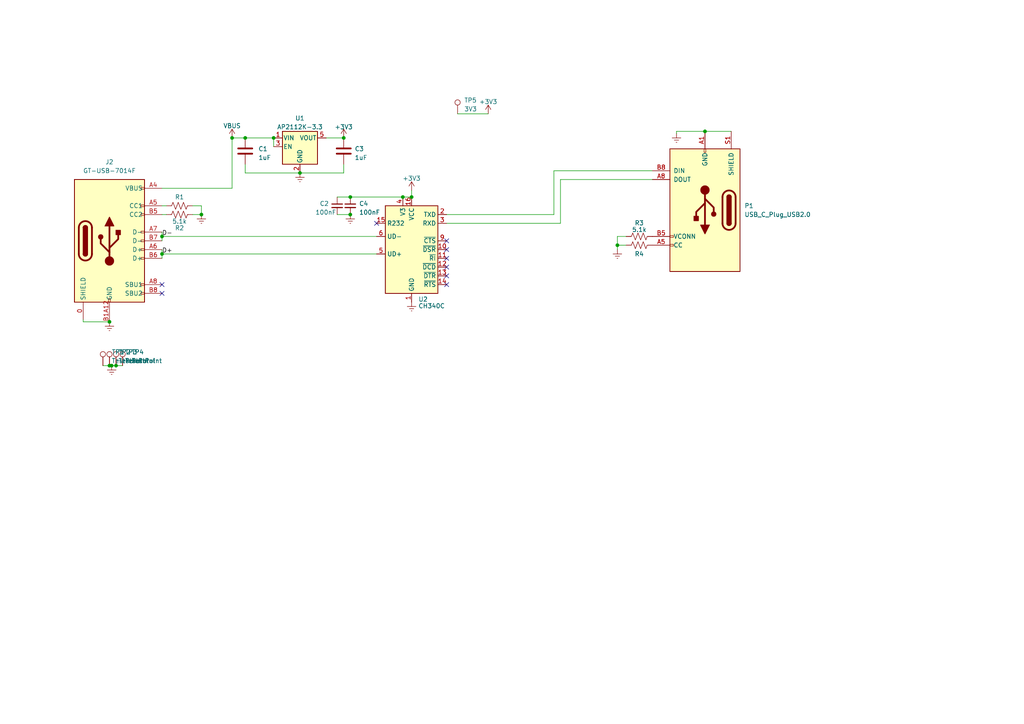
<source format=kicad_sch>
(kicad_sch (version 20231120) (generator "eeschema") (generator_version "8.0")
  (paper "A4")
  (lib_symbols
    (symbol "Connector:TestPoint" (pin_numbers hide) (pin_names (offset 0.762) hide)
      (property "Reference" "TP" (at 0 6.858 0))
      (property "Value" "TestPoint" (at 0 5.08 0))
      (symbol "TestPoint_0_1"
        (circle (center 0 3.302) (radius 0.762))
      )
      (symbol "TestPoint_1_1"
        (pin passive line (at 0 0 90) (length 2.54) (name "1") (number "1"))
      )
    )
    (symbol "Device:C" (pin_numbers hide) (pin_names (offset 0.254))
      (property "Reference" "C" (at 0.635 2.54 0))
      (property "Value" "C" (at 0.635 -2.54 0))
      (symbol "C_0_1"
        (polyline (pts (xy -2.032 -0.762) (xy 2.032 -0.762)) (stroke (width 0.508)))
        (polyline (pts (xy -2.032 0.762) (xy 2.032 0.762)) (stroke (width 0.508)))
      )
      (symbol "C_1_1"
        (pin passive line (at 0 3.81 270) (length 2.794) (name "~") (number "1"))
        (pin passive line (at 0 -3.81 90) (length 2.794) (name "~") (number "2"))
      )
    )
    (symbol "Device:C_Small" (pin_numbers hide) (pin_names (offset 0.254) hide)
      (property "Reference" "C" (at 0.254 1.778 0))
      (property "Value" "C_Small" (at 0.254 -2.032 0))
      (symbol "C_Small_0_1"
        (polyline (pts (xy -1.524 -0.508) (xy 1.524 -0.508)) (stroke (width 0.3302)))
        (polyline (pts (xy -1.524 0.508) (xy 1.524 0.508)) (stroke (width 0.3048)))
      )
      (symbol "C_Small_1_1"
        (pin passive line (at 0 2.54 270) (length 2.032) (name "~") (number "1"))
        (pin passive line (at 0 -2.54 90) (length 2.032) (name "~") (number "2"))
      )
    )
    (symbol "Device:R_US" (pin_numbers hide) (pin_names (offset 0))
      (property "Reference" "R" (at 2.54 0 90))
      (property "Value" "R_US" (at -2.54 0 90))
      (symbol "R_US_0_1"
        (polyline (pts (xy 0 -2.286) (xy 0 -2.54)))
        (polyline (pts (xy 0 2.286) (xy 0 2.54)))
        (polyline (pts (xy 0 -0.762) (xy 1.016 -1.143) (xy 0 -1.524) (xy -1.016 -1.905) (xy 0 -2.286)))
        (polyline (pts (xy 0 0.762) (xy 1.016 0.381) (xy 0 0) (xy -1.016 -0.381) (xy 0 -0.762)))
        (polyline (pts (xy 0 2.286) (xy 1.016 1.905) (xy 0 1.524) (xy -1.016 1.143) (xy 0 0.762)))
      )
      (symbol "R_US_1_1"
        (pin passive line (at 0 3.81 270) (length 1.27) (name "~") (number "1"))
        (pin passive line (at 0 -3.81 90) (length 1.27) (name "~") (number "2"))
      )
    )
    (symbol "EC Debug:105444" (pin_names (offset 1.016))
      (property "Reference" "P1" (at -10.922 -0.6437 0))
      (property "Value" "105444" (at -10.922 1.2773 0))
      (symbol "105444_0_0"
        (rectangle (start 1.016 -39.37) (end 1.524 -38.354))
        (rectangle (start 11.43 -13.716) (end 10.414 -14.224))
        (rectangle (start 11.43 -11.176) (end 10.414 -11.684))
      )
      (symbol "105444_0_1"
        (rectangle (start -8.89 -3.81) (end 11.43 -39.37) (stroke (width 0.254)) (fill (type background)))
        (arc (start -7.62 -25.4) (mid -5.715 -27.2967) (end -3.81 -25.4) (stroke (width 0.508)))
        (arc (start -6.35 -25.4) (mid -5.715 -26.0323) (end -5.08 -25.4) (stroke (width 0.254)))
        (arc (start -6.35 -25.4) (mid -5.715 -26.0323) (end -5.08 -25.4) (stroke (width 0.254)) (fill (type outline)))
        (rectangle (start -6.35 -25.4) (end -5.08 -17.78) (stroke (width 0.254)) (fill (type outline)))
        (arc (start -5.08 -17.78) (mid -5.715 -17.1477) (end -6.35 -17.78) (stroke (width 0.254)))
        (arc (start -5.08 -17.78) (mid -5.715 -17.1477) (end -6.35 -17.78) (stroke (width 0.254)) (fill (type outline)))
        (arc (start -3.81 -17.78) (mid -5.715 -15.8833) (end -7.62 -17.78) (stroke (width 0.508)))
        (circle (center -1.27 -20.447) (radius 0.635) (stroke (width 0.254)) (fill (type outline)))
        (polyline (pts (xy -7.62 -25.4) (xy -7.62 -17.78)) (stroke (width 0.508)))
        (polyline (pts (xy -3.81 -17.78) (xy -3.81 -25.4)) (stroke (width 0.508)))
        (polyline (pts (xy 1.27 -27.432) (xy 1.27 -17.272)) (stroke (width 0.508)))
        (polyline (pts (xy 1.27 -24.892) (xy -1.27 -22.352) (xy -1.27 -21.082)) (stroke (width 0.508)))
        (polyline (pts (xy 1.27 -23.622) (xy 3.81 -21.082) (xy 3.81 -19.812)) (stroke (width 0.508)))
        (polyline (pts (xy 0 -17.272) (xy 1.27 -14.732) (xy 2.54 -17.272) (xy 0 -17.272)) (stroke (width 0.254)) (fill (type outline)))
        (circle (center 1.27 -27.432) (radius 1.27) (fill (type outline)))
        (rectangle (start 3.175 -19.812) (end 4.445 -18.542) (stroke (width 0.254)) (fill (type outline)))
      )
      (symbol "105444_1_1"
        (pin passive line (at 1.27 -44.45 90) (length 5.08) (name "GND") (number "A1"))
        (pin passive line (at 1.27 -44.45 90) (length 5.08) hide (name "GND") (number "A12"))
        (pin bidirectional line (at 16.51 -11.43 180) (length 5.08) (name "CC") (number "A5"))
        (pin bidirectional line (at 16.51 -30.48 180) (length 5.08) (name "DOUT") (number "A8"))
        (pin passive line (at 1.27 -44.45 90) (length 5.08) hide (name "GND") (number "B1"))
        (pin passive line (at 1.27 -44.45 90) (length 5.08) hide (name "GND") (number "B12"))
        (pin bidirectional line (at 16.51 -13.97 180) (length 5.08) (name "VCONN") (number "B5"))
        (pin bidirectional line (at 16.51 -33.02 180) (length 5.08) (name "DIN") (number "B8"))
        (pin passive line (at -6.35 -44.45 90) (length 5.08) (name "SHIELD") (number "S1"))
      )
    )
    (symbol "EC Debug:GT-USB-7014F"
      (property "Reference" "J" (at -1.016 21.59 0))
      (property "Value" "GT-USB-7014F" (at 1.778 -30.226 0))
      (symbol "GT-USB-7014F_0_0"
        (rectangle (start -0.254 -16.51) (end 0.254 -15.494))
        (rectangle (start 10.16 -13.716) (end 9.144 -14.224))
        (rectangle (start 10.16 -11.176) (end 9.144 -11.684))
        (rectangle (start 10.16 -3.556) (end 9.144 -4.064))
        (rectangle (start 10.16 -1.016) (end 9.144 -1.524))
        (rectangle (start 10.16 1.524) (end 9.144 1.016))
        (rectangle (start 10.16 4.064) (end 9.144 3.556))
        (rectangle (start 10.16 9.144) (end 9.144 8.636))
        (rectangle (start 10.16 11.684) (end 9.144 11.176))
        (rectangle (start 10.16 16.764) (end 9.144 16.256))
      )
      (symbol "GT-USB-7014F_0_1"
        (rectangle (start -10.16 19.05) (end 10.16 -16.51) (stroke (width 0.254)) (fill (type background)))
        (arc (start -8.89 -2.54) (mid -6.985 -4.4367) (end -5.08 -2.54) (stroke (width 0.508)))
        (arc (start -7.62 -2.54) (mid -6.985 -3.1723) (end -6.35 -2.54) (stroke (width 0.254)))
        (arc (start -7.62 -2.54) (mid -6.985 -3.1723) (end -6.35 -2.54) (stroke (width 0.254)) (fill (type outline)))
        (rectangle (start -7.62 -2.54) (end -6.35 5.08) (stroke (width 0.254)) (fill (type outline)))
        (arc (start -6.35 5.08) (mid -6.985 5.7123) (end -7.62 5.08) (stroke (width 0.254)))
        (arc (start -6.35 5.08) (mid -6.985 5.7123) (end -7.62 5.08) (stroke (width 0.254)) (fill (type outline)))
        (arc (start -5.08 5.08) (mid -6.985 6.9767) (end -8.89 5.08) (stroke (width 0.508)))
        (circle (center -2.54 2.413) (radius 0.635) (stroke (width 0.254)) (fill (type outline)))
        (circle (center 0 -4.572) (radius 1.27) (fill (type outline)))
        (polyline (pts (xy -8.89 -2.54) (xy -8.89 5.08)) (stroke (width 0.508)))
        (polyline (pts (xy -5.08 5.08) (xy -5.08 -2.54)) (stroke (width 0.508)))
        (polyline (pts (xy 0 -4.572) (xy 0 5.588)) (stroke (width 0.508)))
        (polyline (pts (xy 0 -2.032) (xy -2.54 0.508) (xy -2.54 1.778)) (stroke (width 0.508)))
        (polyline (pts (xy 0 -0.762) (xy 2.54 1.778) (xy 2.54 3.048)) (stroke (width 0.508)))
        (polyline (pts (xy -1.27 5.588) (xy 0 8.128) (xy 1.27 5.588) (xy -1.27 5.588)) (stroke (width 0.254)) (fill (type outline)))
        (rectangle (start 1.905 3.048) (end 3.175 4.318) (stroke (width 0.254)) (fill (type outline)))
      )
      (symbol "GT-USB-7014F_1_1"
        (pin passive line (at -7.62 -21.59 90) (length 5.08) (name "SHIELD") (number "0"))
        (pin passive line (at 0 -21.59 90) (length 5.08) hide (name "GND") (number "A1B12"))
        (pin passive line (at 15.24 16.51 180) (length 5.08) (name "VBUS") (number "A4"))
        (pin bidirectional line (at 15.24 11.43 180) (length 5.08) (name "CC1") (number "A5"))
        (pin bidirectional line (at 15.24 -1.27 180) (length 5.08) (name "D+") (number "A6"))
        (pin bidirectional line (at 15.24 3.81 180) (length 5.08) (name "D-") (number "A7"))
        (pin bidirectional line (at 15.24 -11.43 180) (length 5.08) (name "SBU1") (number "A8"))
        (pin passive line (at 0 -21.59 90) (length 5.08) (name "GND") (number "B1A12"))
        (pin passive line (at 15.24 16.51 180) (length 5.08) hide (name "VBUS") (number "B4"))
        (pin bidirectional line (at 15.24 8.89 180) (length 5.08) (name "CC2") (number "B5"))
        (pin bidirectional line (at 15.24 -3.81 180) (length 5.08) (name "D+") (number "B6"))
        (pin bidirectional line (at 15.24 1.27 180) (length 5.08) (name "D-") (number "B7"))
        (pin bidirectional line (at 15.24 -13.97 180) (length 5.08) (name "SBU2") (number "B8"))
      )
    )
    (symbol "Interface_USB:CH340C"
      (property "Reference" "U1" (at 1.9559 -14.4225 0))
      (property "Value" "CH340C" (at 1.9559 -16.3435 0))
      (symbol "CH340C_0_1"
        (rectangle (start -7.62 12.7) (end 7.62 -12.7) (stroke (width 0.254)) (fill (type background)))
      )
      (symbol "CH340C_1_1"
        (pin power_in line (at 0 -15.24 90) (length 2.54) (name "GND") (number "1"))
        (pin input line (at 10.16 0 180) (length 2.54) (name "~{DSR}") (number "10"))
        (pin input line (at 10.16 -2.54 180) (length 2.54) (name "~{RI}") (number "11"))
        (pin input line (at 10.16 -5.08 180) (length 2.54) (name "~{DCD}") (number "12"))
        (pin output line (at 10.16 -7.62 180) (length 2.54) (name "~{DTR}") (number "13"))
        (pin output line (at 10.16 -10.16 180) (length 2.54) (name "~{RTS}") (number "14"))
        (pin input line (at -10.16 7.62 0) (length 2.54) (name "R232") (number "15"))
        (pin power_in line (at 0 15.24 270) (length 2.54) (name "VCC") (number "16"))
        (pin output line (at 10.16 10.16 180) (length 2.54) (name "TXD") (number "2"))
        (pin input line (at 10.16 7.62 180) (length 2.54) (name "RXD") (number "3"))
        (pin passive line (at -2.54 15.24 270) (length 2.54) (name "V3") (number "4"))
        (pin bidirectional line (at -10.16 -1.27 0) (length 2.54) (name "UD+") (number "5"))
        (pin bidirectional line (at -10.16 3.81 0) (length 2.54) (name "UD-") (number "6"))
        (pin no_connect line (at -7.62 -7.62 0) (length 2.54) hide (name "NC") (number "7"))
        (pin no_connect line (at -7.62 -10.16 0) (length 2.54) hide (name "NC") (number "8"))
        (pin input line (at 10.16 2.54 180) (length 2.54) (name "~{CTS}") (number "9"))
      )
    )
    (symbol "Regulator_Linear:AP2112K-3.3" (pin_names (offset 0.254))
      (property "Reference" "U" (at -5.08 5.715 0))
      (property "Value" "AP2112K-3.3" (at 0 5.715 0))
      (symbol "AP2112K-3.3_0_1"
        (rectangle (start -5.08 4.445) (end 5.08 -5.08) (stroke (width 0.254)) (fill (type background)))
      )
      (symbol "AP2112K-3.3_1_1"
        (pin power_in line (at -7.62 2.54 0) (length 2.54) (name "VIN") (number "1"))
        (pin power_in line (at 0 -7.62 90) (length 2.54) (name "GND") (number "2"))
        (pin input line (at -7.62 0 0) (length 2.54) (name "EN") (number "3"))
        (pin no_connect line (at 5.08 0 180) (length 2.54) hide (name "NC") (number "4"))
        (pin power_out line (at 7.62 2.54 180) (length 2.54) (name "VOUT") (number "5"))
      )
    )
    (symbol "power:+3V3" (power) (pin_names (offset 0))
      (property "Value" "+3V3" (at 0 3.556 0))
      (symbol "+3V3_0_1"
        (polyline (pts (xy -0.762 1.27) (xy 0 2.54)))
        (polyline (pts (xy 0 0) (xy 0 2.54)))
        (polyline (pts (xy 0 2.54) (xy 0.762 1.27)))
      )
      (symbol "+3V3_1_1"
        (pin power_in line (at 0 0 90) (length 0) hide (name "+3V3") (number "1"))
      )
    )
    (symbol "power:Earth" (power) (pin_names (offset 0))
      (symbol "Earth_0_1"
        (polyline (pts (xy -0.635 -1.905) (xy 0.635 -1.905)))
        (polyline (pts (xy -0.127 -2.54) (xy 0.127 -2.54)))
        (polyline (pts (xy 0 -1.27) (xy 0 0)))
        (polyline (pts (xy 1.27 -1.27) (xy -1.27 -1.27)))
      )
      (symbol "Earth_1_1"
        (pin power_in line (at 0 0 270) (length 0) hide (name "Earth") (number "1"))
      )
    )
    (symbol "power:VBUS" (power) (pin_names (offset 0))
      (property "Value" "VBUS" (at 0 3.81 0))
      (symbol "VBUS_0_1"
        (polyline (pts (xy -0.762 1.27) (xy 0 2.54)))
        (polyline (pts (xy 0 0) (xy 0 2.54)))
        (polyline (pts (xy 0 2.54) (xy 0.762 1.27)))
      )
      (symbol "VBUS_1_1"
        (pin power_in line (at 0 0 90) (length 0) hide (name "VBUS") (number "1"))
      )
    )
  )
  (junction (at 101.6 62.23))
  (junction (at 46.99 73.66))
  (junction (at 31.75 106.045))
  (junction (at 86.995 50.165))
  (junction (at 46.99 68.58))
  (junction (at 101.6 57.15))
  (junction (at 119.38 57.15))
  (junction (at 179.07 71.12))
  (junction (at 58.42 62.23))
  (junction (at 33.655 106.045))
  (junction (at 79.375 40.005))
  (junction (at 31.75 93.345))
  (junction (at 67.31 40.005))
  (junction (at 99.695 40.005))
  (junction (at 32.385 106.045))
  (junction (at 116.84 57.15))
  (junction (at 204.47 38.1))
  (junction (at 71.12 40.005))
  (no_connect (at 129.54 82.55))
  (no_connect (at 129.54 74.93))
  (no_connect (at 46.99 85.09))
  (no_connect (at 46.99 82.55))
  (no_connect (at 109.22 64.77))
  (no_connect (at 129.54 77.47))
  (no_connect (at 129.54 72.39))
  (no_connect (at 129.54 80.01))
  (no_connect (at 129.54 69.85))
  (wire (pts (xy 32.385 106.045) (xy 33.655 106.045)))
  (wire (pts (xy 67.31 40.005) (xy 67.31 54.61)))
  (wire (pts (xy 55.88 62.23) (xy 58.42 62.23)))
  (wire (pts (xy 46.99 73.66) (xy 46.99 74.93)))
  (wire (pts (xy 24.13 93.345) (xy 31.75 93.345)))
  (wire (pts (xy 46.99 67.31) (xy 46.99 68.58)))
  (wire (pts (xy 129.54 64.77) (xy 162.56 64.77)))
  (wire (pts (xy 58.42 59.69) (xy 55.88 59.69)))
  (wire (pts (xy 97.79 62.23) (xy 101.6 62.23)))
  (wire (pts (xy 33.655 106.045) (xy 35.56 106.045)))
  (wire (pts (xy 97.79 57.15) (xy 101.6 57.15)))
  (wire (pts (xy 24.13 92.71) (xy 24.13 93.345)))
  (wire (pts (xy 46.99 68.58) (xy 46.99 69.85)))
  (wire (pts (xy 29.845 106.045) (xy 31.75 106.045)))
  (wire (pts (xy 116.84 57.15) (xy 119.38 57.15)))
  (wire (pts (xy 141.605 33.02) (xy 132.715 33.02)))
  (wire (pts (xy 46.99 59.69) (xy 48.26 59.69)))
  (wire (pts (xy 119.38 55.245) (xy 119.38 57.15)))
  (wire (pts (xy 181.61 68.58) (xy 179.07 68.58)))
  (wire (pts (xy 46.99 62.23) (xy 48.26 62.23)))
  (wire (pts (xy 94.615 40.005) (xy 99.695 40.005)))
  (wire (pts (xy 86.995 50.165) (xy 71.12 50.165)))
  (wire (pts (xy 196.215 38.1) (xy 196.215 38.735)))
  (wire (pts (xy 162.56 52.07) (xy 189.23 52.07)))
  (wire (pts (xy 160.655 49.53) (xy 160.655 62.23)))
  (wire (pts (xy 67.31 40.005) (xy 71.12 40.005)))
  (wire (pts (xy 162.56 64.77) (xy 162.56 52.07)))
  (wire (pts (xy 99.695 47.625) (xy 99.695 50.165)))
  (wire (pts (xy 46.99 72.39) (xy 46.99 73.66)))
  (wire (pts (xy 79.375 40.005) (xy 79.375 42.545)))
  (wire (pts (xy 99.695 50.165) (xy 86.995 50.165)))
  (wire (pts (xy 46.99 68.58) (xy 109.22 68.58)))
  (wire (pts (xy 71.12 40.005) (xy 79.375 40.005)))
  (wire (pts (xy 46.99 73.66) (xy 109.22 73.66)))
  (wire (pts (xy 31.75 106.045) (xy 32.385 106.045)))
  (wire (pts (xy 31.75 93.345) (xy 31.75 92.71)))
  (wire (pts (xy 71.12 50.165) (xy 71.12 47.625)))
  (wire (pts (xy 196.215 38.1) (xy 204.47 38.1)))
  (wire (pts (xy 160.655 62.23) (xy 129.54 62.23)))
  (wire (pts (xy 179.07 71.12) (xy 179.07 72.39)))
  (wire (pts (xy 160.655 49.53) (xy 189.23 49.53)))
  (wire (pts (xy 179.07 68.58) (xy 179.07 71.12)))
  (wire (pts (xy 46.99 54.61) (xy 67.31 54.61)))
  (wire (pts (xy 179.07 71.12) (xy 181.61 71.12)))
  (wire (pts (xy 101.6 57.15) (xy 116.84 57.15)))
  (wire (pts (xy 58.42 62.23) (xy 58.42 59.69)))
  (wire (pts (xy 204.47 38.1) (xy 212.09 38.1)))
  (label "D+" (at 46.99 73.66 0))
  (label "D-" (at 46.99 68.58 0))
  (symbol (lib_id "power:+3V3") (at 119.38 55.245 0) (unit 1)
    (property "Reference" "#PWR08" (effects (hide yes)))
    (property "Value" "+3V3" (at 119.38 51.7431 0))
  )
  (symbol (lib_id "Connector:TestPoint") (at 33.655 106.045 0) (unit 1)
    (property "Reference" "TP3" (at 36.195 102.108 0) (effects (justify left)))
    (property "Value" "TestPoint" (at 36.195 104.648 0) (effects (justify left)))
    (property "Footprint" "TestPoint:TestPoint_Pad_1.5x1.5mm" (effects (hide yes)))
  )
  (symbol (lib_id "power:Earth") (at 101.6 62.23 0) (unit 1)
    (property "Reference" "#PWR07" (effects (hide yes)))
    (property "Value" "Earth" (effects (hide yes)))
  )
  (symbol (lib_id "power:Earth") (at 86.995 50.165 0) (unit 1)
    (property "Reference" "#PWR05" (effects (hide yes)))
    (property "Value" "Earth" (effects (hide yes)))
  )
  (symbol (lib_id "power:Earth") (at 119.38 87.63 0) (unit 1)
    (property "Reference" "#PWR09" (effects (hide yes)))
    (property "Value" "Earth" (effects (hide yes)))
  )
  (symbol (lib_id "Connector:TestPoint") (at 132.715 33.02 0) (unit 1)
    (property "Reference" "TP5" (at 134.62 29.083 0) (effects (justify left)))
    (property "Value" "3V3" (at 134.62 31.623 0) (effects (justify left)))
    (property "Footprint" "TestPoint:TestPoint_Pad_D1.0mm" (effects (hide yes)))
  )
  (symbol (lib_id "EC Debug:105444") (at 205.74 82.55 180) (unit 1)
    (property "Reference" "P1" (at 215.9 59.6899 0) (effects (justify right)))
    (property "Value" "USB_C_Plug_USB2.0" (at 215.9 62.2299 0) (effects (justify right)))
    (property "Footprint" "EC Debug:105444" (effects (hide yes)))
    (property "Datasheet" "https://www.usb.org/sites/default/files/documents/usb_type-c.zip" (effects (hide yes)))
  )
  (symbol (lib_id "power:Earth") (at 58.42 62.23 0) (unit 1)
    (property "Reference" "#PWR03" (effects (hide yes)))
    (property "Value" "Earth" (effects (hide yes)))
  )
  (symbol (lib_id "Device:R_US") (at 52.07 59.69 270) (unit 1)
    (property "Reference" "R1" (at 52.07 57.15 90))
    (property "Value" "5.1k" (effects (hide yes)))
    (property "Footprint" "Resistor_SMD:R_0402_1005Metric" (effects (hide yes)))
  )
  (symbol (lib_id "Device:C_Small") (at 97.79 59.69 0) (unit 1)
    (property "Reference" "C2" (at 92.71 59.055 0) (effects (justify left)))
    (property "Value" "100nF" (at 91.44 61.595 0) (effects (justify left)))
    (property "Footprint" "Capacitor_SMD:C_0402_1005Metric" (effects (hide yes)))
  )
  (symbol (lib_id "power:+3V3") (at 99.695 40.005 0) (unit 1)
    (property "Reference" "#PWR06" (effects (hide yes)))
    (property "Value" "+3V3" (at 99.695 36.83 0))
  )
  (symbol (lib_id "Device:R_US") (at 185.42 68.58 90) (unit 1)
    (property "Reference" "R3" (at 185.42 64.6811 90))
    (property "Value" "5.1k" (at 185.42 66.6021 90))
    (property "Footprint" "Resistor_SMD:R_0402_1005Metric" (effects (hide yes)))
  )
  (symbol (lib_id "Device:C") (at 71.12 43.815 0) (unit 1)
    (property "Reference" "C1" (at 74.93 43.18 0) (effects (justify left)))
    (property "Value" "1uF" (at 74.93 45.72 0) (effects (justify left)))
    (property "Footprint" "Capacitor_SMD:C_0402_1005Metric" (effects (hide yes)))
  )
  (symbol (lib_id "power:Earth") (at 31.75 93.345 0) (unit 1)
    (property "Reference" "#PWR01" (effects (hide yes)))
    (property "Value" "Earth" (effects (hide yes)))
  )
  (symbol (lib_id "power:+3V3") (at 141.605 33.02 0) (unit 1)
    (property "Reference" "#PWR010" (effects (hide yes)))
    (property "Value" "+3V3" (at 141.605 29.5181 0))
  )
  (symbol (lib_id "Connector:TestPoint") (at 29.845 106.045 0) (unit 1)
    (property "Reference" "TP1" (at 32.385 102.108 0) (effects (justify left)))
    (property "Value" "TestPoint" (at 32.385 104.648 0) (effects (justify left)))
    (property "Footprint" "TestPoint:TestPoint_Pad_1.5x1.5mm" (effects (hide yes)))
  )
  (symbol (lib_id "Regulator_Linear:AP2112K-3.3") (at 86.995 42.545 0) (unit 1)
    (property "Reference" "U1" (at 86.995 34.29 0))
    (property "Value" "AP2112K-3.3" (at 86.995 36.83 0))
    (property "Footprint" "Package_TO_SOT_SMD:SOT-23-5" (effects (hide yes)))
    (property "Datasheet" "https://www.diodes.com/assets/Datasheets/AP2112.pdf" (effects (hide yes)))
  )
  (symbol (lib_id "power:Earth") (at 32.385 106.045 0) (unit 1)
    (property "Reference" "#PWR02" (effects (hide yes)))
    (property "Value" "Earth" (effects (hide yes)))
  )
  (symbol (lib_id "Connector:TestPoint") (at 35.56 106.045 0) (unit 1)
    (property "Reference" "TP4" (at 38.1 102.108 0) (effects (justify left)))
    (property "Value" "TestPoint" (at 38.1 104.648 0) (effects (justify left)))
    (property "Footprint" "TestPoint:TestPoint_Pad_1.5x1.5mm" (effects (hide yes)))
  )
  (symbol (lib_id "Device:C_Small") (at 101.6 59.69 0) (unit 1)
    (property "Reference" "C4" (at 104.14 59.0613 0) (effects (justify left)))
    (property "Value" "100nF" (at 104.14 61.6013 0) (effects (justify left)))
    (property "Footprint" "Capacitor_SMD:C_0402_1005Metric" (effects (hide yes)))
  )
  (symbol (lib_id "power:VBUS") (at 67.31 40.005 0) (unit 1)
    (property "Reference" "#PWR04" (effects (hide yes)))
    (property "Value" "VBUS" (at 67.31 36.5031 0))
  )
  (symbol (lib_id "Connector:TestPoint") (at 31.75 106.045 0) (unit 1)
    (property "Reference" "TP2" (at 34.29 102.108 0) (effects (justify left)))
    (property "Value" "TestPoint" (at 34.29 104.648 0) (effects (justify left)))
    (property "Footprint" "TestPoint:TestPoint_Pad_1.5x1.5mm" (effects (hide yes)))
  )
  (symbol (lib_id "Device:R_US") (at 52.07 62.23 270) (unit 1)
    (property "Reference" "R2" (at 52.07 66.1289 90))
    (property "Value" "5.1k" (at 52.07 64.2079 90))
    (property "Footprint" "Resistor_SMD:R_0402_1005Metric" (effects (hide yes)))
  )
  (symbol (lib_id "power:Earth") (at 179.07 72.39 0) (unit 1)
    (property "Reference" "#PWR011" (effects (hide yes)))
    (property "Value" "Earth" (effects (hide yes)))
  )
  (symbol (lib_id "Device:R_US") (at 185.42 71.12 90) (unit 1)
    (property "Reference" "R4" (at 185.42 73.66 90))
    (property "Value" "5.1k" (effects (hide yes)))
    (property "Footprint" "Resistor_SMD:R_0402_1005Metric" (effects (hide yes)))
  )
  (symbol (lib_id "Device:C") (at 99.695 43.815 0) (unit 1)
    (property "Reference" "C3" (at 102.87 43.18 0) (effects (justify left)))
    (property "Value" "1uF" (at 102.87 45.72 0) (effects (justify left)))
    (property "Footprint" "Capacitor_SMD:C_0402_1005Metric" (effects (hide yes)))
  )
  (symbol (lib_id "EC Debug:GT-USB-7014F") (at 31.75 71.12 0) (unit 1)
    (property "Reference" "J2" (at 31.75 46.99 0))
    (property "Value" "GT-USB-7014F" (at 31.75 49.53 0))
    (property "Footprint" "EC Debug:GT-USB-7014F" (effects (hide yes)))
    (property "LCSC Part" "C3001282" (effects (hide yes)))
  )
  (symbol (lib_id "Interface_USB:CH340C") (at 119.38 72.39 0) (unit 1)
    (property "Reference" "U2" (at 121.3359 86.8125 0) (effects (justify left)))
    (property "Value" "CH340C" (at 121.3359 88.7335 0) (effects (justify left)))
    (property "Footprint" "Package_SO:SOIC-16_3.9x9.9mm_P1.27mm" (effects (hide yes)))
    (property "Datasheet" "https://datasheet.lcsc.com/szlcsc/Jiangsu-Qin-Heng-CH340C_C84681.pdf" (effects (hide yes)))
  )
  (symbol (lib_id "power:Earth") (at 196.215 38.735 0) (unit 1)
    (property "Reference" "#PWR012" (effects (hide yes)))
    (property "Value" "Earth" (effects (hide yes)))
  )
)
</source>
